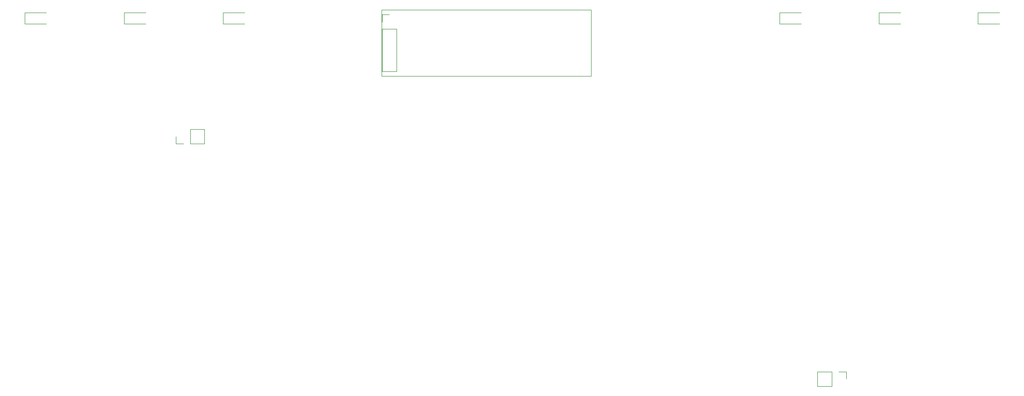
<source format=gbr>
G04 #@! TF.GenerationSoftware,KiCad,Pcbnew,5.1.6*
G04 #@! TF.CreationDate,2020-07-29T22:41:57-05:00*
G04 #@! TF.ProjectId,mobile-steno,6d6f6269-6c65-42d7-9374-656e6f2e6b69,rev?*
G04 #@! TF.SameCoordinates,Original*
G04 #@! TF.FileFunction,Legend,Top*
G04 #@! TF.FilePolarity,Positive*
%FSLAX46Y46*%
G04 Gerber Fmt 4.6, Leading zero omitted, Abs format (unit mm)*
G04 Created by KiCad (PCBNEW 5.1.6) date 2020-07-29 22:41:57*
%MOMM*%
%LPD*%
G01*
G04 APERTURE LIST*
%ADD10C,0.120000*%
G04 APERTURE END LIST*
D10*
X171041740Y-99820780D02*
X171041740Y-102480780D01*
X173641740Y-99820780D02*
X171041740Y-99820780D01*
X173641740Y-102480780D02*
X171041740Y-102480780D01*
X173641740Y-99820780D02*
X173641740Y-102480780D01*
X174911740Y-99820780D02*
X176241740Y-99820780D01*
X176241740Y-99820780D02*
X176241740Y-101150780D01*
X164161740Y-34650780D02*
X168061740Y-34650780D01*
X164161740Y-36650780D02*
X168061740Y-36650780D01*
X164161740Y-34650780D02*
X164161740Y-36650780D01*
X182161740Y-34650780D02*
X186061740Y-34650780D01*
X182161740Y-36650780D02*
X186061740Y-36650780D01*
X182161740Y-34650780D02*
X182161740Y-36650780D01*
X200161740Y-34650780D02*
X204061740Y-34650780D01*
X200161740Y-36650780D02*
X204061740Y-36650780D01*
X200161740Y-34650780D02*
X200161740Y-36650780D01*
X63161740Y-34650780D02*
X67061740Y-34650780D01*
X63161740Y-36650780D02*
X67061740Y-36650780D01*
X63161740Y-34650780D02*
X63161740Y-36650780D01*
X45161740Y-34650780D02*
X49061740Y-34650780D01*
X45161740Y-36650780D02*
X49061740Y-36650780D01*
X45161740Y-34650780D02*
X45161740Y-36650780D01*
X27161740Y-34650780D02*
X31061740Y-34650780D01*
X27161740Y-36650780D02*
X31061740Y-36650780D01*
X27161740Y-34650780D02*
X27161740Y-36650780D01*
X91981740Y-35020780D02*
X93311740Y-35020780D01*
X91981740Y-37620780D02*
X91981740Y-45300780D01*
X91981740Y-45300780D02*
X94641740Y-45300780D01*
X94641740Y-37620780D02*
X94641740Y-45300780D01*
X91981740Y-37620780D02*
X94641740Y-37620780D01*
X91981740Y-36350780D02*
X91981740Y-35020780D01*
X91911740Y-46150780D02*
X91911740Y-34150780D01*
X91911740Y-34150780D02*
X129911740Y-34150780D01*
X129911740Y-34150780D02*
X129911740Y-46150780D01*
X129911740Y-46150780D02*
X91911740Y-46150780D01*
X54581740Y-58480780D02*
X54581740Y-57150780D01*
X55911740Y-58480780D02*
X54581740Y-58480780D01*
X57181740Y-58480780D02*
X57181740Y-55820780D01*
X57181740Y-55820780D02*
X59781740Y-55820780D01*
X57181740Y-58480780D02*
X59781740Y-58480780D01*
X59781740Y-58480780D02*
X59781740Y-55820780D01*
M02*

</source>
